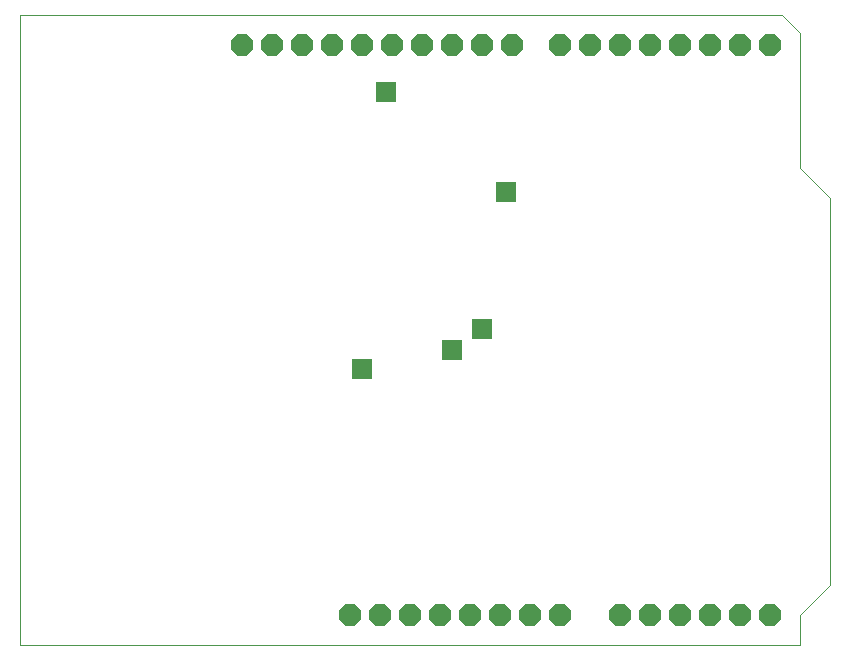
<source format=gbs>
G75*
G70*
%OFA0B0*%
%FSLAX24Y24*%
%IPPOS*%
%LPD*%
%AMOC8*
5,1,8,0,0,1.08239X$1,22.5*
%
%ADD10C,0.0000*%
%ADD11OC8,0.0740*%
%ADD12R,0.0671X0.0671*%
D10*
X000500Y000500D02*
X000500Y021500D01*
X025900Y021500D01*
X026500Y020900D01*
X026500Y016400D01*
X027500Y015400D01*
X027500Y002500D01*
X026500Y001500D01*
X026500Y000500D01*
X000500Y000500D01*
D11*
X011500Y001500D03*
X012500Y001500D03*
X013500Y001500D03*
X014500Y001500D03*
X015500Y001500D03*
X016500Y001500D03*
X017500Y001500D03*
X018500Y001500D03*
X020500Y001500D03*
X021500Y001500D03*
X022500Y001500D03*
X023500Y001500D03*
X024500Y001500D03*
X025500Y001500D03*
X025500Y020500D03*
X024500Y020500D03*
X023500Y020500D03*
X022500Y020500D03*
X021500Y020500D03*
X020500Y020500D03*
X019500Y020500D03*
X018500Y020500D03*
X016900Y020500D03*
X015900Y020500D03*
X014900Y020500D03*
X013900Y020500D03*
X012900Y020500D03*
X011900Y020500D03*
X010900Y020500D03*
X009900Y020500D03*
X008900Y020500D03*
X007900Y020500D03*
D12*
X012700Y018950D03*
X016700Y015600D03*
X015900Y011050D03*
X014900Y010350D03*
X011900Y009700D03*
M02*

</source>
